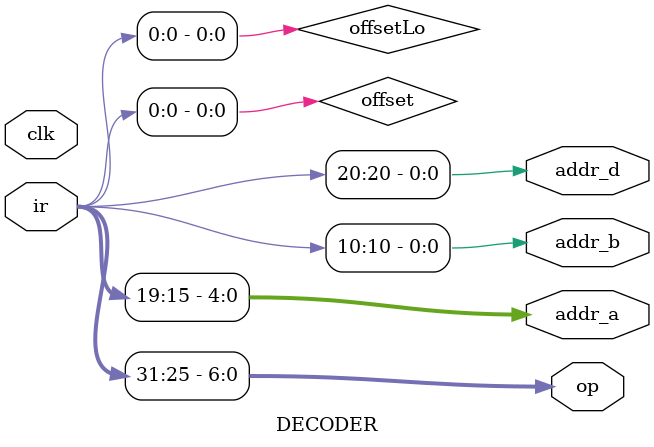
<source format=v>
`timescale 1ns / 1ps


module DECODER(
    input clk,
    input [31:0] ir,
    output [6:0] op,
    output [4:0] addr_a,
    output addr_b,
    output addr_d
    );
    
    assign op = ir[31:25];
    assign addr_a = ir[19:15];
    assign addr_b = ir[14:10];
    assign addr_d = ir[24:20];
    assign offset = ir[14:0];
    assign offsetLo = ir[9:0];
    
endmodule

</source>
